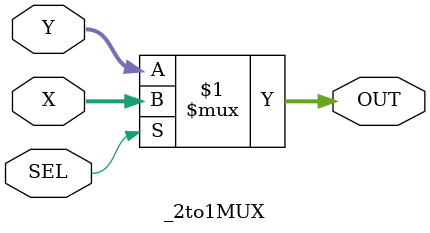
<source format=v>
module Complete_Clock (sel,seg, ALARM, CLK_50, AdjMinkey, AdjHrkey, SetMinkey, SetHrkey, CtrlBell, Mode, nCR);
    input  CLK_50, nCR;    
    input  AdjMinkey, AdjHrkey;
    input SetHrkey, SetMinkey; //设定闹钟小时、分钟的输入按键
    input CtrlBell; //控制闹钟的声音是否输出的按键
    input Mode;  //控制显示模式切换的按键。
    wire [7:0] LED_Hr, LED_Min, LED_Sec; //输出BCD码
	 wire [31:0] data;
    output ALARM;       //仿电台或闹钟的声音信号输出
	 output [7:0] sel;
	 output [7:0] seg;
    wire _1Hz,  _500Hz,_1kHzIN;         //分频器的输出信号  
    wire [7:0] Hour, Minute, Second; //计时器的输出信号
    wire [7:0] Set_Hr, Set_Min;  //设定的闹钟时间输出信号
    wire  ALARM_Radio;  //仿电台报时信号输出
    wire  ALARM_Clock;  //闹钟的信号输出
	 //调用分频模块
	 CP_1kHz_500kHz_1Hz U0 (CLK_50, nCR, _1kHzIN, _500Hz,_1Hz); 
	 //计时主体电路
	 Top_Clock U1(.Hour(Hour), .Minute(Minute), .Second(Second), ._1Hz(_1Hz), .nCR(nCR), .AdjMinKey(AdjMinKey), .AdjHrKey(AdjHrKey)); 
	 //仿电台整点报时
	 Radio U2(ALARM_Radio , Minute, Second, _1kHzIN, _500Hz); 
	 //定时闹钟模块
	 Bell U3(ALARM_Clock, Set_Hr, Set_Min, Hour, Minute, Second, SetHrKey, SetMinKey, _1kHzIN, _500Hz, _1Hz, CtrlBell); 

    assign ALARM = ALARM_Radio||ALARM_Clock;  

    _2to1MUX MU1(LED_Hr,  Mode, Set_Hr, Hour);
    _2to1MUX MU2(LED_Min, Mode, Set_Min, Minute);
    _2to1MUX MU3(LED_Sec, Mode, 8'h00, Second);
	 //数码管
	 assign data = {LED_Hr, 4'hf, LED_Min, 4'hf, LED_Sec};

	 // dongtaishumaguan U4(_1kHzIN,nCR,data,sel,seg);
	 scan_dig U4(.clk(_1kHzIN), .rstn(nCR), .enable(1'b1), .data(data), .dig(sel), .seg(seg));
endmodule

module _2to1MUX(OUT,SEL,X,Y);
    input [7:0] X, Y;
    input SEL;
    output[7:0] OUT;
    assign OUT = SEL ? X : Y;
endmodule

</source>
